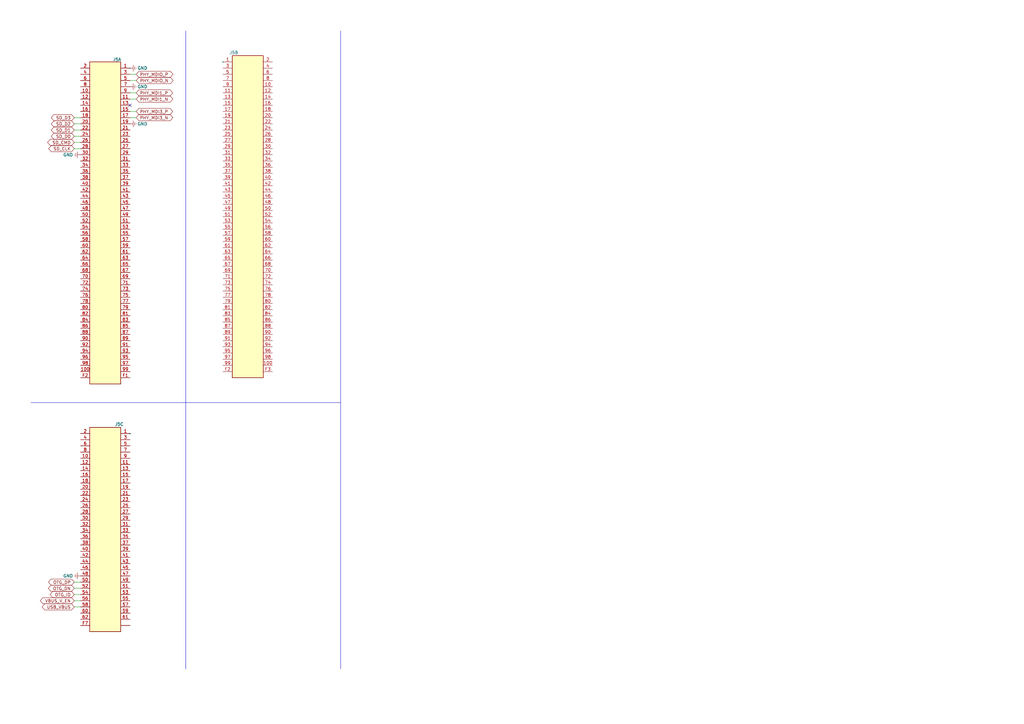
<source format=kicad_sch>
(kicad_sch (version 20230819) (generator eeschema)
  (paper "A3")
  (title_block (date "2023-05-14"))
  (lib_symbols
    (symbol "awg1000:GND" (power)
      (property "Value" "GND" (at 0 -3.81 0))
      (symbol "GND_0_1"
        (polyline (pts (xy -0.635 -1.905) (xy 0.635 -1.905)))
        (polyline (pts (xy -0.127 -2.54) (xy 0.127 -2.54)))
        (polyline (pts (xy 0 -1.27) (xy 0 0)))
        (polyline (pts (xy 1.27 -1.27) (xy -1.27 -1.27)))
      )
      (symbol "GND_1_1"
        (pin power_in line (at 0 0 270) (length 0) hide (name "GND") (number "1"))
      )
    )
    (symbol "awg1000:TE0715-05-21C33-A" (pin_names hide)
      (property "Reference" "J" (at 4.445 3.81 0))
      (symbol "TE0715-05-21C33-A_1_1"
        (rectangle (start 3.81 2.54) (end 16.51 -129.54) (stroke (width 0.254)) (fill (type background)))
        (pin passive line (at 0 0 0) (length 3.81) (name "Pin_1") (number "1"))
        (pin passive line (at 20.32 -10.16 180) (length 3.81) (name "Pin_10") (number "10"))
        (pin input line (at 20.32 -124.46 180) (length 3.81) (name "100") (number "100"))
        (pin passive line (at 0 -12.7 0) (length 3.81) (name "Pin_11") (number "11"))
        (pin passive line (at 20.32 -12.7 180) (length 3.81) (name "Pin_12") (number "12"))
        (pin passive line (at 0 -15.24 0) (length 3.81) (name "Pin_13") (number "13"))
        (pin passive line (at 20.32 -15.24 180) (length 3.81) (name "Pin_14") (number "14"))
        (pin passive line (at 0 -17.78 0) (length 3.81) (name "Pin_15") (number "15"))
        (pin passive line (at 20.32 -17.78 180) (length 3.81) (name "Pin_16") (number "16"))
        (pin passive line (at 0 -20.32 0) (length 3.81) (name "Pin_17") (number "17"))
        (pin passive line (at 20.32 -20.32 180) (length 3.81) (name "Pin_18") (number "18"))
        (pin passive line (at 0 -22.86 0) (length 3.81) (name "Pin_19") (number "19"))
        (pin passive line (at 20.32 0 180) (length 3.81) (name "Pin_2") (number "2"))
        (pin passive line (at 20.32 -22.86 180) (length 3.81) (name "Pin_20") (number "20"))
        (pin passive line (at 0 -25.4 0) (length 3.81) (name "Pin_21") (number "21"))
        (pin passive line (at 20.32 -25.4 180) (length 3.81) (name "Pin_22") (number "22"))
        (pin passive line (at 0 -27.94 0) (length 3.81) (name "Pin_23") (number "23"))
        (pin passive line (at 20.32 -27.94 180) (length 3.81) (name "Pin_24") (number "24"))
        (pin passive line (at 0 -30.48 0) (length 3.81) (name "Pin_25") (number "25"))
        (pin passive line (at 20.32 -30.48 180) (length 3.81) (name "Pin_26") (number "26"))
        (pin passive line (at 0 -33.02 0) (length 3.81) (name "Pin_27") (number "27"))
        (pin passive line (at 20.32 -33.02 180) (length 3.81) (name "Pin_28") (number "28"))
        (pin passive line (at 0 -35.56 0) (length 3.81) (name "Pin_29") (number "29"))
        (pin passive line (at 0 -2.54 0) (length 3.81) (name "Pin_3") (number "3"))
        (pin passive line (at 20.32 -35.56 180) (length 3.81) (name "Pin_30") (number "30"))
        (pin passive line (at 0 -38.1 0) (length 3.81) (name "Pin_31") (number "31"))
        (pin passive line (at 20.32 -38.1 180) (length 3.81) (name "Pin_32") (number "32"))
        (pin passive line (at 0 -40.64 0) (length 3.81) (name "Pin_33") (number "33"))
        (pin passive line (at 20.32 -40.64 180) (length 3.81) (name "Pin_34") (number "34"))
        (pin passive line (at 0 -43.18 0) (length 3.81) (name "Pin_35") (number "35"))
        (pin passive line (at 20.32 -43.18 180) (length 3.81) (name "Pin_36") (number "36"))
        (pin passive line (at 0 -45.72 0) (length 3.81) (name "Pin_37") (number "37"))
        (pin passive line (at 20.32 -45.72 180) (length 3.81) (name "Pin_38") (number "38"))
        (pin passive line (at 0 -48.26 0) (length 3.81) (name "Pin_39") (number "39"))
        (pin passive line (at 20.32 -2.54 180) (length 3.81) (name "Pin_4") (number "4"))
        (pin passive line (at 20.32 -48.26 180) (length 3.81) (name "Pin_40") (number "40"))
        (pin passive line (at 0 -50.8 0) (length 3.81) (name "Pin_41") (number "41"))
        (pin passive line (at 20.32 -50.8 180) (length 3.81) (name "Pin_42") (number "42"))
        (pin passive line (at 0 -53.34 0) (length 3.81) (name "Pin_43") (number "43"))
        (pin passive line (at 20.32 -53.34 180) (length 3.81) (name "Pin_44") (number "44"))
        (pin passive line (at 0 -55.88 0) (length 3.81) (name "Pin_45") (number "45"))
        (pin passive line (at 20.32 -55.88 180) (length 3.81) (name "Pin_46") (number "46"))
        (pin passive line (at 0 -58.42 0) (length 3.81) (name "Pin_47") (number "47"))
        (pin passive line (at 20.32 -58.42 180) (length 3.81) (name "Pin_48") (number "48"))
        (pin passive line (at 0 -60.96 0) (length 3.81) (name "Pin_49") (number "49"))
        (pin passive line (at 0 -5.08 0) (length 3.81) (name "Pin_5") (number "5"))
        (pin passive line (at 20.32 -60.96 180) (length 3.81) (name "Pin_50") (number "50"))
        (pin passive line (at 0 -63.5 0) (length 3.81) (name "Pin_51") (number "51"))
        (pin passive line (at 20.32 -63.5 180) (length 3.81) (name "Pin_52") (number "52"))
        (pin passive line (at 0 -66.04 0) (length 3.81) (name "Pin_53") (number "53"))
        (pin passive line (at 20.32 -66.04 180) (length 3.81) (name "Pin_54") (number "54"))
        (pin passive line (at 0 -68.58 0) (length 3.81) (name "Pin_55") (number "55"))
        (pin passive line (at 20.32 -68.58 180) (length 3.81) (name "Pin_56") (number "56"))
        (pin passive line (at 0 -71.12 0) (length 3.81) (name "Pin_57") (number "57"))
        (pin passive line (at 20.32 -71.12 180) (length 3.81) (name "Pin_58") (number "58"))
        (pin passive line (at 0 -73.66 0) (length 3.81) (name "Pin_59") (number "59"))
        (pin passive line (at 20.32 -5.08 180) (length 3.81) (name "Pin_6") (number "6"))
        (pin passive line (at 20.32 -73.66 180) (length 3.81) (name "Pin_60") (number "60"))
        (pin passive line (at 0 -76.2 0) (length 3.81) (name "Pin_61") (number "61"))
        (pin passive line (at 20.32 -76.2 180) (length 3.81) (name "Pin_62") (number "62"))
        (pin passive line (at 0 -78.74 0) (length 3.81) (name "Pin_63") (number "63"))
        (pin passive line (at 20.32 -78.74 180) (length 3.81) (name "Pin_64") (number "64"))
        (pin passive line (at 0 -81.28 0) (length 3.81) (name "Pin_65") (number "65"))
        (pin passive line (at 20.32 -81.28 180) (length 3.81) (name "Pin_66") (number "66"))
        (pin passive line (at 0 -83.82 0) (length 3.81) (name "Pin_67") (number "67"))
        (pin passive line (at 20.32 -83.82 180) (length 3.81) (name "Pin_68") (number "68"))
        (pin passive line (at 0 -86.36 0) (length 3.81) (name "Pin_69") (number "69"))
        (pin passive line (at 0 -7.62 0) (length 3.81) (name "Pin_7") (number "7"))
        (pin passive line (at 20.32 -86.36 180) (length 3.81) (name "Pin_70") (number "70"))
        (pin passive line (at 0 -88.9 0) (length 3.81) (name "Pin_71") (number "71"))
        (pin passive line (at 20.32 -88.9 180) (length 3.81) (name "Pin_72") (number "72"))
        (pin passive line (at 0 -91.44 0) (length 3.81) (name "Pin_73") (number "73"))
        (pin passive line (at 20.32 -91.44 180) (length 3.81) (name "Pin_74") (number "74"))
        (pin passive line (at 0 -93.98 0) (length 3.81) (name "Pin_75") (number "75"))
        (pin input line (at 20.32 -93.98 180) (length 3.81) (name "76") (number "76"))
        (pin input line (at 0 -96.52 0) (length 3.81) (name "77") (number "77"))
        (pin input line (at 20.32 -96.52 180) (length 3.81) (name "78") (number "78"))
        (pin input line (at 0 -99.06 0) (length 3.81) (name "79") (number "79"))
        (pin passive line (at 20.32 -7.62 180) (length 3.81) (name "Pin_8") (number "8"))
        (pin input line (at 20.32 -99.06 180) (length 3.81) (name "80") (number "80"))
        (pin input line (at 0 -101.6 0) (length 3.81) (name "81") (number "81"))
        (pin input line (at 20.32 -101.6 180) (length 3.81) (name "82") (number "82"))
        (pin input line (at 0 -104.14 0) (length 3.81) (name "83") (number "83"))
        (pin input line (at 20.32 -104.14 180) (length 3.81) (name "84") (number "84"))
        (pin input line (at 0 -106.68 0) (length 3.81) (name "85") (number "85"))
        (pin input line (at 20.32 -106.68 180) (length 3.81) (name "86") (number "86"))
        (pin input line (at 0 -109.22 0) (length 3.81) (name "87") (number "87"))
        (pin input line (at 20.32 -109.22 180) (length 3.81) (name "88") (number "88"))
        (pin input line (at 0 -111.76 0) (length 3.81) (name "89") (number "89"))
        (pin passive line (at 0 -10.16 0) (length 3.81) (name "Pin_9") (number "9"))
        (pin input line (at 20.32 -111.76 180) (length 3.81) (name "90") (number "90"))
        (pin input line (at 0 -114.3 0) (length 3.81) (name "91") (number "91"))
        (pin input line (at 20.32 -114.3 180) (length 3.81) (name "92") (number "92"))
        (pin input line (at 0 -116.84 0) (length 3.81) (name "93") (number "93"))
        (pin input line (at 20.32 -116.84 180) (length 3.81) (name "94") (number "94"))
        (pin input line (at 0 -119.38 0) (length 3.81) (name "95") (number "95"))
        (pin input line (at 20.32 -119.38 180) (length 3.81) (name "96") (number "96"))
        (pin input line (at 0 -121.92 0) (length 3.81) (name "97") (number "97"))
        (pin input line (at 20.32 -121.92 180) (length 3.81) (name "98") (number "98"))
        (pin input line (at 0 -124.46 0) (length 3.81) (name "99") (number "99"))
        (pin input line (at 0 -127 0) (length 3.81) (name "F1") (number "F1"))
        (pin input line (at 20.32 -127 180) (length 3.81) (name "F2") (number "F2"))
      )
      (symbol "TE0715-05-21C33-A_2_1"
        (rectangle (start 3.81 2.54) (end 16.51 -129.54) (stroke (width 0.254)) (fill (type background)))
        (pin passive line (at 0 0 0) (length 3.81) (name "Pin_1") (number "1"))
        (pin passive line (at 20.32 -10.16 180) (length 3.81) (name "Pin_10") (number "10"))
        (pin input line (at 20.32 -124.46 180) (length 3.81) (name "100") (number "100"))
        (pin passive line (at 0 -12.7 0) (length 3.81) (name "Pin_11") (number "11"))
        (pin passive line (at 20.32 -12.7 180) (length 3.81) (name "Pin_12") (number "12"))
        (pin passive line (at 0 -15.24 0) (length 3.81) (name "Pin_13") (number "13"))
        (pin passive line (at 20.32 -15.24 180) (length 3.81) (name "Pin_14") (number "14"))
        (pin passive line (at 0 -17.78 0) (length 3.81) (name "Pin_15") (number "15"))
        (pin passive line (at 20.32 -17.78 180) (length 3.81) (name "Pin_16") (number "16"))
        (pin passive line (at 0 -20.32 0) (length 3.81) (name "Pin_17") (number "17"))
        (pin passive line (at 20.32 -20.32 180) (length 3.81) (name "Pin_18") (number "18"))
        (pin passive line (at 0 -22.86 0) (length 3.81) (name "Pin_19") (number "19"))
        (pin passive line (at 20.32 0 180) (length 3.81) (name "Pin_2") (number "2"))
        (pin passive line (at 20.32 -22.86 180) (length 3.81) (name "Pin_20") (number "20"))
        (pin passive line (at 0 -25.4 0) (length 3.81) (name "Pin_21") (number "21"))
        (pin passive line (at 20.32 -25.4 180) (length 3.81) (name "Pin_22") (number "22"))
        (pin passive line (at 0 -27.94 0) (length 3.81) (name "Pin_23") (number "23"))
        (pin passive line (at 20.32 -27.94 180) (length 3.81) (name "Pin_24") (number "24"))
        (pin passive line (at 0 -30.48 0) (length 3.81) (name "Pin_25") (number "25"))
        (pin passive line (at 20.32 -30.48 180) (length 3.81) (name "Pin_26") (number "26"))
        (pin passive line (at 0 -33.02 0) (length 3.81) (name "Pin_27") (number "27"))
        (pin passive line (at 20.32 -33.02 180) (length 3.81) (name "Pin_28") (number "28"))
        (pin passive line (at 0 -35.56 0) (length 3.81) (name "Pin_29") (number "29"))
        (pin passive line (at 0 -2.54 0) (length 3.81) (name "Pin_3") (number "3"))
        (pin passive line (at 20.32 -35.56 180) (length 3.81) (name "Pin_30") (number "30"))
        (pin passive line (at 0 -38.1 0) (length 3.81) (name "Pin_31") (number "31"))
        (pin passive line (at 20.32 -38.1 180) (length 3.81) (name "Pin_32") (number "32"))
        (pin passive line (at 0 -40.64 0) (length 3.81) (name "Pin_33") (number "33"))
        (pin passive line (at 20.32 -40.64 180) (length 3.81) (name "Pin_34") (number "34"))
        (pin passive line (at 0 -43.18 0) (length 3.81) (name "Pin_35") (number "35"))
        (pin passive line (at 20.32 -43.18 180) (length 3.81) (name "Pin_36") (number "36"))
        (pin passive line (at 0 -45.72 0) (length 3.81) (name "Pin_37") (number "37"))
        (pin passive line (at 20.32 -45.72 180) (length 3.81) (name "Pin_38") (number "38"))
        (pin passive line (at 0 -48.26 0) (length 3.81) (name "Pin_39") (number "39"))
        (pin passive line (at 20.32 -2.54 180) (length 3.81) (name "Pin_4") (number "4"))
        (pin passive line (at 20.32 -48.26 180) (length 3.81) (name "Pin_40") (number "40"))
        (pin passive line (at 0 -50.8 0) (length 3.81) (name "Pin_41") (number "41"))
        (pin passive line (at 20.32 -50.8 180) (length 3.81) (name "Pin_42") (number "42"))
        (pin passive line (at 0 -53.34 0) (length 3.81) (name "Pin_43") (number "43"))
        (pin passive line (at 20.32 -53.34 180) (length 3.81) (name "Pin_44") (number "44"))
        (pin passive line (at 0 -55.88 0) (length 3.81) (name "Pin_45") (number "45"))
        (pin passive line (at 20.32 -55.88 180) (length 3.81) (name "Pin_46") (number "46"))
        (pin passive line (at 0 -58.42 0) (length 3.81) (name "Pin_47") (number "47"))
        (pin passive line (at 20.32 -58.42 180) (length 3.81) (name "Pin_48") (number "48"))
        (pin passive line (at 0 -60.96 0) (length 3.81) (name "Pin_49") (number "49"))
        (pin passive line (at 0 -5.08 0) (length 3.81) (name "Pin_5") (number "5"))
        (pin passive line (at 20.32 -60.96 180) (length 3.81) (name "Pin_50") (number "50"))
        (pin passive line (at 0 -63.5 0) (length 3.81) (name "Pin_51") (number "51"))
        (pin passive line (at 20.32 -63.5 180) (length 3.81) (name "Pin_52") (number "52"))
        (pin passive line (at 0 -66.04 0) (length 3.81) (name "Pin_53") (number "53"))
        (pin passive line (at 20.32 -66.04 180) (length 3.81) (name "Pin_54") (number "54"))
        (pin passive line (at 0 -68.58 0) (length 3.81) (name "Pin_55") (number "55"))
        (pin passive line (at 20.32 -68.58 180) (length 3.81) (name "Pin_56") (number "56"))
        (pin passive line (at 0 -71.12 0) (length 3.81) (name "Pin_57") (number "57"))
        (pin passive line (at 20.32 -71.12 180) (length 3.81) (name "Pin_58") (number "58"))
        (pin passive line (at 0 -73.66 0) (length 3.81) (name "Pin_59") (number "59"))
        (pin passive line (at 20.32 -5.08 180) (length 3.81) (name "Pin_6") (number "6"))
        (pin passive line (at 20.32 -73.66 180) (length 3.81) (name "Pin_60") (number "60"))
        (pin passive line (at 0 -76.2 0) (length 3.81) (name "Pin_61") (number "61"))
        (pin passive line (at 20.32 -76.2 180) (length 3.81) (name "Pin_62") (number "62"))
        (pin passive line (at 0 -78.74 0) (length 3.81) (name "Pin_63") (number "63"))
        (pin passive line (at 20.32 -78.74 180) (length 3.81) (name "Pin_64") (number "64"))
        (pin passive line (at 0 -81.28 0) (length 3.81) (name "Pin_65") (number "65"))
        (pin passive line (at 20.32 -81.28 180) (length 3.81) (name "Pin_66") (number "66"))
        (pin passive line (at 0 -83.82 0) (length 3.81) (name "Pin_67") (number "67"))
        (pin passive line (at 20.32 -83.82 180) (length 3.81) (name "Pin_68") (number "68"))
        (pin passive line (at 0 -86.36 0) (length 3.81) (name "Pin_69") (number "69"))
        (pin passive line (at 0 -7.62 0) (length 3.81) (name "Pin_7") (number "7"))
        (pin passive line (at 20.32 -86.36 180) (length 3.81) (name "Pin_70") (number "70"))
        (pin passive line (at 0 -88.9 0) (length 3.81) (name "Pin_71") (number "71"))
        (pin passive line (at 20.32 -88.9 180) (length 3.81) (name "Pin_72") (number "72"))
        (pin passive line (at 0 -91.44 0) (length 3.81) (name "Pin_73") (number "73"))
        (pin passive line (at 20.32 -91.44 180) (length 3.81) (name "Pin_74") (number "74"))
        (pin passive line (at 0 -93.98 0) (length 3.81) (name "Pin_75") (number "75"))
        (pin input line (at 20.32 -93.98 180) (length 3.81) (name "76") (number "76"))
        (pin input line (at 0 -96.52 0) (length 3.81) (name "77") (number "77"))
        (pin input line (at 20.32 -96.52 180) (length 3.81) (name "78") (number "78"))
        (pin input line (at 0 -99.06 0) (length 3.81) (name "79") (number "79"))
        (pin passive line (at 20.32 -7.62 180) (length 3.81) (name "Pin_8") (number "8"))
        (pin input line (at 20.32 -99.06 180) (length 3.81) (name "80") (number "80"))
        (pin input line (at 0 -101.6 0) (length 3.81) (name "81") (number "81"))
        (pin input line (at 20.32 -101.6 180) (length 3.81) (name "82") (number "82"))
        (pin input line (at 0 -104.14 0) (length 3.81) (name "83") (number "83"))
        (pin input line (at 20.32 -104.14 180) (length 3.81) (name "84") (number "84"))
        (pin input line (at 0 -106.68 0) (length 3.81) (name "85") (number "85"))
        (pin input line (at 20.32 -106.68 180) (length 3.81) (name "86") (number "86"))
        (pin input line (at 0 -109.22 0) (length 3.81) (name "87") (number "87"))
        (pin input line (at 20.32 -109.22 180) (length 3.81) (name "88") (number "88"))
        (pin input line (at 0 -111.76 0) (length 3.81) (name "89") (number "89"))
        (pin passive line (at 0 -10.16 0) (length 3.81) (name "Pin_9") (number "9"))
        (pin input line (at 20.32 -111.76 180) (length 3.81) (name "90") (number "90"))
        (pin input line (at 0 -114.3 0) (length 3.81) (name "91") (number "91"))
        (pin input line (at 20.32 -114.3 180) (length 3.81) (name "92") (number "92"))
        (pin input line (at 0 -116.84 0) (length 3.81) (name "93") (number "93"))
        (pin input line (at 20.32 -116.84 180) (length 3.81) (name "94") (number "94"))
        (pin input line (at 0 -119.38 0) (length 3.81) (name "95") (number "95"))
        (pin input line (at 20.32 -119.38 180) (length 3.81) (name "96") (number "96"))
        (pin input line (at 0 -121.92 0) (length 3.81) (name "97") (number "97"))
        (pin input line (at 20.32 -121.92 180) (length 3.81) (name "98") (number "98"))
        (pin input line (at 0 -124.46 0) (length 3.81) (name "99") (number "99"))
        (pin input line (at 0 -127 0) (length 3.81) (name "F2") (number "F2"))
        (pin input line (at 20.32 -127 180) (length 3.81) (name "F3") (number "F3"))
      )
      (symbol "TE0715-05-21C33-A_3_1"
        (rectangle (start 3.81 2.54) (end 16.51 -81.28) (stroke (width 0.254)) (fill (type background)))
        (pin input line (at 0 -78.74 0) (length 3.81) (name "F5") (number ""))
        (pin passive line (at 0 0 0) (length 3.81) (name "Pin_1") (number "1"))
        (pin passive line (at 20.32 -10.16 180) (length 3.81) (name "Pin_10") (number "10"))
        (pin passive line (at 0 -12.7 0) (length 3.81) (name "Pin_11") (number "11"))
        (pin passive line (at 20.32 -12.7 180) (length 3.81) (name "Pin_12") (number "12"))
        (pin passive line (at 0 -15.24 0) (length 3.81) (name "Pin_13") (number "13"))
        (pin passive line (at 20.32 -15.24 180) (length 3.81) (name "Pin_14") (number "14"))
        (pin passive line (at 0 -17.78 0) (length 3.81) (name "Pin_15") (number "15"))
        (pin passive line (at 20.32 -17.78 180) (length 3.81) (name "Pin_16") (number "16"))
        (pin passive line (at 0 -20.32 0) (length 3.81) (name "Pin_17") (number "17"))
        (pin passive line (at 20.32 -20.32 180) (length 3.81) (name "Pin_18") (number "18"))
        (pin passive line (at 0 -22.86 0) (length 3.81) (name "Pin_19") (number "19"))
        (pin passive line (at 20.32 0 180) (length 3.81) (name "Pin_2") (number "2"))
        (pin passive line (at 20.32 -22.86 180) (length 3.81) (name "Pin_20") (number "20"))
        (pin passive line (at 0 -25.4 0) (length 3.81) (name "Pin_21") (number "21"))
        (pin passive line (at 20.32 -25.4 180) (length 3.81) (name "Pin_22") (number "22"))
        (pin passive line (at 0 -27.94 0) (length 3.81) (name "Pin_23") (number "23"))
        (pin passive line (at 20.32 -27.94 180) (length 3.81) (name "Pin_24") (number "24"))
        (pin passive line (at 0 -30.48 0) (length 3.81) (name "Pin_25") (number "25"))
        (pin passive line (at 20.32 -30.48 180) (length 3.81) (name "Pin_26") (number "26"))
        (pin passive line (at 0 -33.02 0) (length 3.81) (name "Pin_27") (number "27"))
        (pin passive line (at 20.32 -33.02 180) (length 3.81) (name "Pin_28") (number "28"))
        (pin passive line (at 0 -35.56 0) (length 3.81) (name "Pin_29") (number "29"))
        (pin passive line (at 0 -2.54 0) (length 3.81) (name "Pin_3") (number "3"))
        (pin passive line (at 20.32 -35.56 180) (length 3.81) (name "Pin_30") (number "30"))
        (pin passive line (at 0 -38.1 0) (length 3.81) (name "Pin_31") (number "31"))
        (pin passive line (at 20.32 -38.1 180) (length 3.81) (name "Pin_32") (number "32"))
        (pin passive line (at 0 -40.64 0) (length 3.81) (name "Pin_33") (number "33"))
        (pin passive line (at 20.32 -40.64 180) (length 3.81) (name "Pin_34") (number "34"))
        (pin passive line (at 0 -43.18 0) (length 3.81) (name "Pin_35") (number "35"))
        (pin passive line (at 20.32 -43.18 180) (length 3.81) (name "Pin_36") (number "36"))
        (pin passive line (at 0 -45.72 0) (length 3.81) (name "Pin_37") (number "37"))
        (pin passive line (at 20.32 -45.72 180) (length 3.81) (name "Pin_38") (number "38"))
        (pin passive line (at 0 -48.26 0) (length 3.81) (name "Pin_39") (number "39"))
        (pin passive line (at 20.32 -2.54 180) (length 3.81) (name "Pin_4") (number "4"))
        (pin passive line (at 20.32 -48.26 180) (length 3.81) (name "Pin_40") (number "40"))
        (pin passive line (at 0 -50.8 0) (length 3.81) (name "Pin_41") (number "41"))
        (pin passive line (at 20.32 -50.8 180) (length 3.81) (name "Pin_42") (number "42"))
        (pin passive line (at 0 -53.34 0) (length 3.81) (name "Pin_43") (number "43"))
        (pin passive line (at 20.32 -53.34 180) (length 3.81) (name "Pin_44") (number "44"))
        (pin passive line (at 0 -55.88 0) (length 3.81) (name "Pin_45") (number "45"))
        (pin passive line (at 20.32 -55.88 180) (length 3.81) (name "Pin_46") (number "46"))
        (pin passive line (at 0 -58.42 0) (length 3.81) (name "Pin_47") (number "47"))
        (pin passive line (at 20.32 -58.42 180) (length 3.81) (name "Pin_48") (number "48"))
        (pin passive line (at 0 -60.96 0) (length 3.81) (name "Pin_49") (number "49"))
        (pin passive line (at 0 -5.08 0) (length 3.81) (name "Pin_5") (number "5"))
        (pin passive line (at 20.32 -60.96 180) (length 3.81) (name "Pin_50") (number "50"))
        (pin passive line (at 0 -63.5 0) (length 3.81) (name "Pin_51") (number "51"))
        (pin passive line (at 20.32 -63.5 180) (length 3.81) (name "Pin_52") (number "52"))
        (pin passive line (at 0 -66.04 0) (length 3.81) (name "Pin_53") (number "53"))
        (pin passive line (at 20.32 -66.04 180) (length 3.81) (name "Pin_54") (number "54"))
        (pin passive line (at 0 -68.58 0) (length 3.81) (name "Pin_55") (number "55"))
        (pin passive line (at 20.32 -68.58 180) (length 3.81) (name "Pin_56") (number "56"))
        (pin passive line (at 0 -71.12 0) (length 3.81) (name "Pin_57") (number "57"))
        (pin passive line (at 20.32 -71.12 180) (length 3.81) (name "Pin_58") (number "58"))
        (pin passive line (at 0 -73.66 0) (length 3.81) (name "Pin_59") (number "59"))
        (pin passive line (at 20.32 -5.08 180) (length 3.81) (name "Pin_6") (number "6"))
        (pin passive line (at 20.32 -73.66 180) (length 3.81) (name "Pin_60") (number "60"))
        (pin passive line (at 0 -76.2 0) (length 3.81) (name "Pin_61") (number "61"))
        (pin passive line (at 20.32 -76.2 180) (length 3.81) (name "Pin_62") (number "62"))
        (pin passive line (at 0 -7.62 0) (length 3.81) (name "Pin_7") (number "7"))
        (pin passive line (at 20.32 -7.62 180) (length 3.81) (name "Pin_8") (number "8"))
        (pin passive line (at 0 -10.16 0) (length 3.81) (name "Pin_9") (number "9"))
        (pin input line (at 20.32 -78.74 180) (length 3.81) (name "F7") (number "F7"))
      )
    )
  )
  (no_connect (at 53.34 43.18))
  (wire (pts (xy 30.48 248.92) (xy 33.02 248.92)))
  (polyline (pts (xy 12.7 165.1) (xy 76.2 165.1)))
  (wire (pts (xy 55.88 48.26) (xy 53.34 48.26)))
  (wire (pts (xy 30.48 55.88) (xy 33.02 55.88)))
  (polyline (pts (xy 76.2 165.1) (xy 139.7 165.1)))
  (wire (pts (xy 55.88 40.64) (xy 53.34 40.64)))
  (polyline (pts (xy 76.2 12.7) (xy 76.2 274.32)))
  (wire (pts (xy 55.88 45.72) (xy 53.34 45.72)))
  (wire (pts (xy 30.48 238.76) (xy 33.02 238.76)))
  (wire (pts (xy 30.48 50.8) (xy 33.02 50.8)))
  (wire (pts (xy 30.48 48.26) (xy 33.02 48.26)))
  (wire (pts (xy 30.48 58.42) (xy 33.02 58.42)))
  (wire (pts (xy 30.48 60.96) (xy 33.02 60.96)))
  (wire (pts (xy 55.88 33.02) (xy 53.34 33.02)))
  (wire (pts (xy 55.88 38.1) (xy 53.34 38.1)))
  (wire (pts (xy 30.48 243.84) (xy 33.02 243.84)))
  (wire (pts (xy 30.48 246.38) (xy 33.02 246.38)))
  (wire (pts (xy 55.88 30.48) (xy 53.34 30.48)))
  (wire (pts (xy 30.48 53.34) (xy 33.02 53.34)))
  (polyline (pts (xy 139.7 12.7) (xy 139.7 274.32)))
  (wire (pts (xy 30.48 241.3) (xy 33.02 241.3)))
  (global_label "PHY_MDIO_N" (shape bidirectional) (at 55.88 33.02 0) (property "Intersheetrefs" "${INTERSHEET_REFS}" (effects hide)))
  (global_label "SD_D0" (shape bidirectional) (at 30.48 55.88 180) (property "Intersheetrefs" "${INTERSHEET_REFS}" (effects hide)))
  (global_label "PHY_MDI1_P" (shape bidirectional) (at 55.88 38.1 0) (property "Intersheetrefs" "${INTERSHEET_REFS}" (effects hide)))
  (global_label "OTG_DN" (shape bidirectional) (at 30.48 241.3 180) (property "Intersheetrefs" "${INTERSHEET_REFS}" (effects hide)))
  (global_label "OTG_ID" (shape bidirectional) (at 30.48 243.84 180) (property "Intersheetrefs" "${INTERSHEET_REFS}" (effects hide)))
  (global_label "PHY_MDI3_N" (shape bidirectional) (at 55.88 48.26 0) (property "Intersheetrefs" "${INTERSHEET_REFS}" (effects hide)))
  (global_label "SD_CLK" (shape bidirectional) (at 30.48 60.96 180) (property "Intersheetrefs" "${INTERSHEET_REFS}" (effects hide)))
  (global_label "VBUS_V_EN" (shape bidirectional) (at 30.48 246.38 180) (property "Intersheetrefs" "${INTERSHEET_REFS}" (effects hide)))
  (global_label "USB_VBUS" (shape bidirectional) (at 30.48 248.92 180) (property "Intersheetrefs" "${INTERSHEET_REFS}" (effects hide)))
  (global_label "PHY_MDIO_P" (shape bidirectional) (at 55.88 30.48 0) (property "Intersheetrefs" "${INTERSHEET_REFS}" (effects hide)))
  (global_label "OTG_DP" (shape bidirectional) (at 30.48 238.76 180) (property "Intersheetrefs" "${INTERSHEET_REFS}" (effects hide)))
  (global_label "SD_D3" (shape bidirectional) (at 30.48 48.26 180) (property "Intersheetrefs" "${INTERSHEET_REFS}" (effects hide)))
  (global_label "PHY_MDI3_P" (shape bidirectional) (at 55.88 45.72 0) (property "Intersheetrefs" "${INTERSHEET_REFS}" (effects hide)))
  (global_label "PHY_MDI1_N" (shape bidirectional) (at 55.88 40.64 0) (property "Intersheetrefs" "${INTERSHEET_REFS}" (effects hide)))
  (global_label "SD_D2" (shape bidirectional) (at 30.48 50.8 180) (property "Intersheetrefs" "${INTERSHEET_REFS}" (effects hide)))
  (global_label "SD_CMD" (shape bidirectional) (at 30.48 58.42 180) (property "Intersheetrefs" "${INTERSHEET_REFS}" (effects hide)))
  (global_label "SD_D1" (shape bidirectional) (at 30.48 53.34 180) (property "Intersheetrefs" "${INTERSHEET_REFS}" (effects hide)))
  (symbol (lib_id "awg1000:GND") (at 33.02 236.22 270) (unit 1)
    (property "Reference" "#PWR011" (effects hide))
    (property "Value" "GND" (at 27.94 236.22 90))
    (instances (project "AWG1000" (path "" (reference "#PWR011") (unit 1)) (path "" (reference "#PWR078") (unit 1))))
  )
  (symbol (lib_id "awg1000:TE0715-05-21C33-A") (at 53.34 27.94 0) (mirror y) (unit 1)
    (property "Reference" "J5" (at 48.006 24.384 0))
    (property "Value" "~" (at 53.34 27.94 0))
  )
  (symbol (lib_id "awg1000:GND") (at 53.34 50.8 90) (unit 1)
    (property "Reference" "#PWR011" (effects hide))
    (property "Value" "GND" (at 58.42 50.8 90))
    (instances (project "AWG1000" (path "" (reference "#PWR011") (unit 1)) (path "" (reference "#PWR081") (unit 1))))
  )
  (symbol (lib_id "awg1000:TE0715-05-21C33-A") (at 91.44 25.4 0) (unit 2)
    (property "Reference" "J5" (at 95.885 21.59 0))
    (property "Value" "~" (at 91.44 25.4 0))
  )
  (symbol (lib_id "awg1000:GND") (at 53.34 35.56 90) (unit 1)
    (property "Reference" "#PWR011" (effects hide))
    (property "Value" "GND" (at 58.42 35.56 90))
    (instances (project "AWG1000" (path "" (reference "#PWR011") (unit 1)) (path "" (reference "#PWR076") (unit 1))))
  )
  (symbol (lib_id "awg1000:GND") (at 33.02 63.5 270) (unit 1)
    (property "Reference" "#PWR011" (effects hide))
    (property "Value" "GND" (at 27.94 63.5 90))
    (instances (project "AWG1000" (path "" (reference "#PWR011") (unit 1)) (path "" (reference "#PWR043") (unit 1))))
  )
  (symbol (lib_id "awg1000:TE0715-05-21C33-A") (at 53.34 177.8 0) (mirror y) (unit 3)
    (property "Reference" "J5" (at 48.895 173.99 0))
    (property "Value" "~" (at 53.34 177.8 0))
  )
  (symbol (lib_id "awg1000:GND") (at 53.34 27.94 90) (unit 1)
    (property "Reference" "#PWR011" (effects hide))
    (property "Value" "GND" (at 58.42 27.94 90))
    (instances (project "AWG1000" (path "" (reference "#PWR011") (unit 1)) (path "" (reference "#PWR046") (unit 1))))
  )
)
</source>
